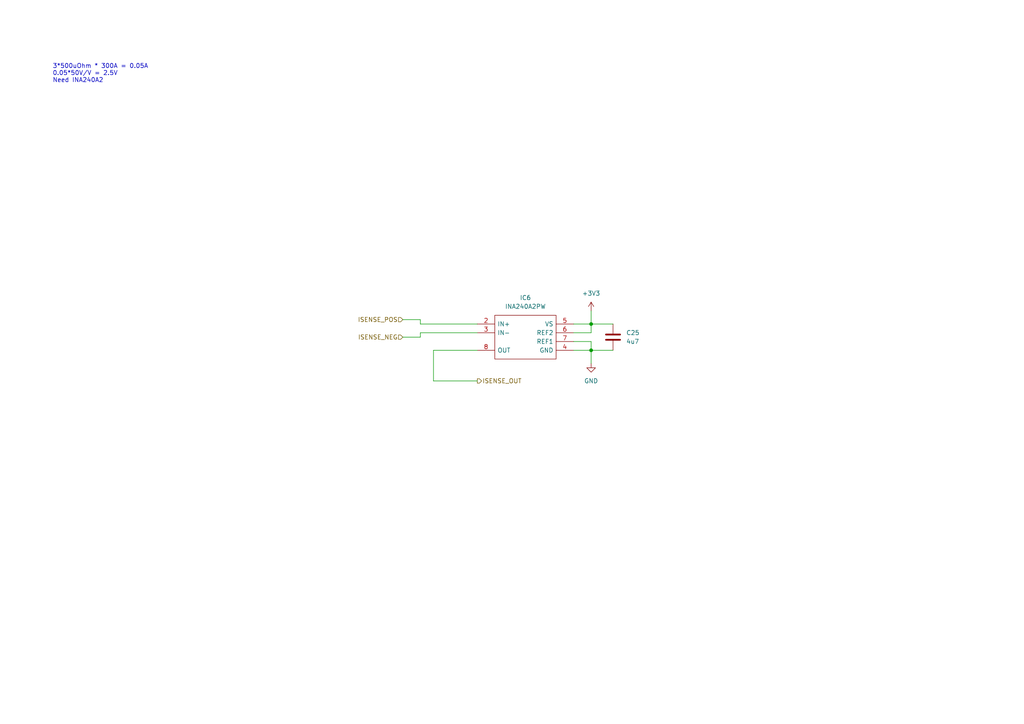
<source format=kicad_sch>
(kicad_sch (version 20211123) (generator eeschema)
  (paper "A4")
  (lib_symbols
    (symbol "Device:C" (pin_numbers hide) (pin_names (offset 0.254))
      (property "Reference" "C" (at 0.635 2.54 0))
      (property "Value" "C" (at 0.635 -2.54 0))
      (symbol "C_0_1"
        (polyline (pts (xy -2.032 -0.762) (xy 2.032 -0.762)) (stroke (width 0.508)))
        (polyline (pts (xy -2.032 0.762) (xy 2.032 0.762)) (stroke (width 0.508)))
      )
      (symbol "C_1_1"
        (pin passive line (at 0 3.81 270) (length 2.794) (name "~") (number "1"))
        (pin passive line (at 0 -3.81 90) (length 2.794) (name "~") (number "2"))
      )
    )
    (symbol "MA_General:INA240A2PW" (pin_names (offset 0.762))
      (property "Reference" "IC" (at 24.13 7.62 0))
      (property "Value" "INA240A2PW" (at 24.13 5.08 0))
      (symbol "INA240A2PW_0_0"
        (pin no_connect line (at 5.08 -10.16 0) (length 5.08) hide (name "NC") (number "1"))
        (pin passive line (at 0 0 0) (length 5.08) (name "IN+") (number "2"))
        (pin passive line (at 0 -2.54 0) (length 5.08) (name "IN-") (number "3"))
        (pin passive line (at 27.94 -7.62 180) (length 5.08) (name "GND") (number "4"))
        (pin passive line (at 27.94 0 180) (length 5.08) (name "VS") (number "5"))
        (pin passive line (at 27.94 -2.54 180) (length 5.08) (name "REF2") (number "6"))
        (pin passive line (at 27.94 -5.08 180) (length 5.08) (name "REF1") (number "7"))
        (pin passive line (at 0 -7.62 0) (length 5.08) (name "OUT") (number "8"))
      )
      (symbol "INA240A2PW_0_1"
        (polyline (pts (xy 5.08 2.54) (xy 22.86 2.54) (xy 22.86 -10.16) (xy 5.08 -10.16) (xy 5.08 2.54)) (stroke (width 0.1524)))
      )
    )
    (symbol "power:+3V3" (power) (pin_names (offset 0))
      (property "Value" "+3V3" (at 0 3.556 0))
      (symbol "+3V3_0_1"
        (polyline (pts (xy -0.762 1.27) (xy 0 2.54)))
        (polyline (pts (xy 0 0) (xy 0 2.54)))
        (polyline (pts (xy 0 2.54) (xy 0.762 1.27)))
      )
      (symbol "+3V3_1_1"
        (pin power_in line (at 0 0 90) (length 0) hide (name "+3V3") (number "1"))
      )
    )
    (symbol "power:GND" (power) (pin_names (offset 0))
      (property "Value" "GND" (at 0 -3.81 0))
      (symbol "GND_0_1"
        (polyline (pts (xy 0 0) (xy 0 -1.27) (xy 1.27 -1.27) (xy 0 -2.54) (xy -1.27 -1.27) (xy 0 -1.27)))
      )
      (symbol "GND_1_1"
        (pin power_in line (at 0 0 270) (length 0) hide (name "GND") (number "1"))
      )
    )
  )
  (junction (at 171.45 101.6))
  (junction (at 171.45 93.98))
  (wire (pts (xy 171.45 93.98) (xy 171.45 90.17)))
  (wire (pts (xy 171.45 101.6) (xy 177.8 101.6)))
  (wire (pts (xy 171.45 101.6) (xy 171.45 105.41)))
  (wire (pts (xy 171.45 96.52) (xy 171.45 93.98)))
  (wire (pts (xy 166.37 101.6) (xy 171.45 101.6)))
  (wire (pts (xy 121.92 97.79) (xy 116.84 97.79)))
  (wire (pts (xy 138.43 101.6) (xy 125.73 101.6)))
  (wire (pts (xy 125.73 110.49) (xy 138.43 110.49)))
  (wire (pts (xy 121.92 92.71) (xy 116.84 92.71)))
  (wire (pts (xy 171.45 93.98) (xy 177.8 93.98)))
  (wire (pts (xy 171.45 99.06) (xy 171.45 101.6)))
  (wire (pts (xy 121.92 96.52) (xy 121.92 97.79)))
  (wire (pts (xy 166.37 93.98) (xy 171.45 93.98)))
  (wire (pts (xy 166.37 96.52) (xy 171.45 96.52)))
  (wire (pts (xy 138.43 96.52) (xy 121.92 96.52)))
  (wire (pts (xy 121.92 93.98) (xy 121.92 92.71)))
  (wire (pts (xy 125.73 101.6) (xy 125.73 110.49)))
  (wire (pts (xy 166.37 99.06) (xy 171.45 99.06)))
  (wire (pts (xy 138.43 93.98) (xy 121.92 93.98)))
  (text "3*500uOhm * 300A = 0.05A\n0.05*50V/V = 2.5V \nNeed INA240A2" (at 15.24 24.13 0) (effects (font (size 1.27 1.27)) (justify left bottom)))
  (hierarchical_label "ISENSE_NEG" (shape input) (at 116.84 97.79 180))
  (hierarchical_label "ISENSE_POS" (shape input) (at 116.84 92.71 180))
  (hierarchical_label "ISENSE_OUT" (shape output) (at 138.43 110.49 0))
  (symbol (lib_id "power:GND") (at 171.45 105.41 0) (unit 1)
    (property "Reference" "#PWR0151" (effects hide))
    (property "Value" "GND" (at 171.45 110.49 0))
  )
  (symbol (lib_id "power:+3V3") (at 171.45 90.17 0) (unit 1)
    (property "Reference" "#PWR0150" (effects hide))
    (property "Value" "+3V3" (at 171.45 85.09 0))
  )
  (symbol (lib_id "Device:C") (at 177.8 97.79 0) (unit 1)
    (property "Reference" "C25" (at 181.61 96.5199 0) (effects (justify left)))
    (property "Value" "4u7" (at 181.61 99.0599 0) (effects (justify left)))
    (property "Footprint" "Capacitor_SMD:C_0603_1608Metric" (effects hide))
  )
  (symbol (lib_id "MA_General:INA240A2PW") (at 138.43 93.98 0) (unit 1)
    (property "Reference" "IC6" (at 152.4 86.36 0))
    (property "Value" "INA240A2PW" (at 152.4 88.9 0))
    (property "Footprint" "SOP65P640X120-8N" (effects hide))
    (property "Datasheet" "http://www.ti.com/lit/gpn/ina240" (effects hide))
    (property "Description" "80V, Low-/High-Side, Bi-Directional, Zero-Drift, Current Sense Amp w/Enhanced PWM Rejection" (effects hide))
    (property "Height" "1.2" (effects hide))
    (property "Mouser Part Number" "595-INA240A2PW" (effects hide))
    (property "Mouser Price/Stock" "https://www.mouser.co.uk/ProductDetail/Texas-Instruments/INA240A2PW?qs=aVyJF2WnouTiD4LDXEZ4Dw%3D%3D" (effects hide))
    (property "Manufacturer_Name" "Texas Instruments" (effects hide))
    (property "Manufacturer_Part_Number" "INA240A2PW" (effects hide))
  )
)
</source>
